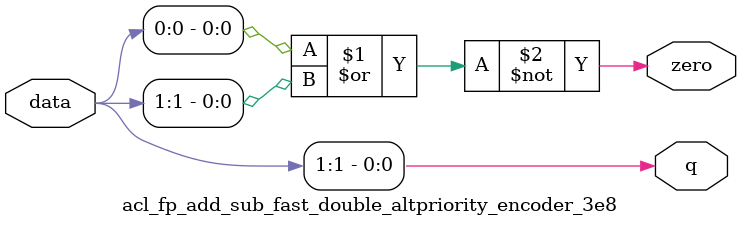
<source format=v>
module  acl_fp_add_sub_fast_double_altpriority_encoder_3e8
	( 
	data,
	q,
	zero) ;
	input   [1:0]  data;
	output   [0:0]  q;
	output   zero;
	assign
		q = {data[1]},
		zero = (~ (data[0] | data[1]));
endmodule
</source>
